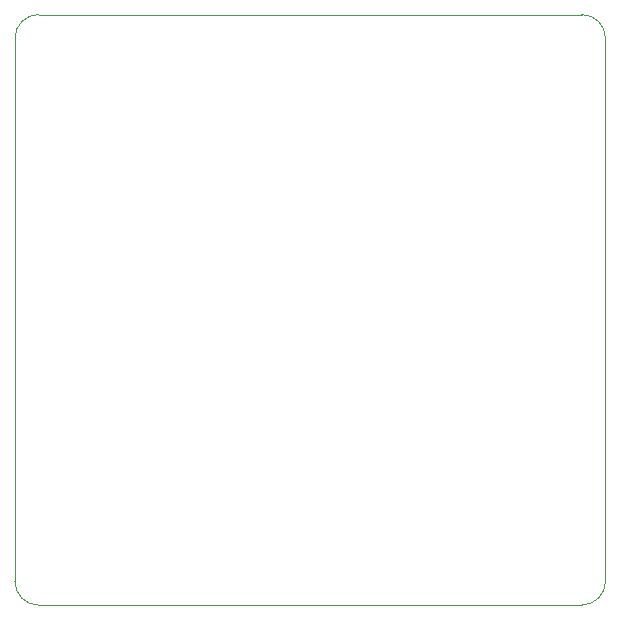
<source format=gbr>
G04*
G04 #@! TF.GenerationSoftware,Altium Limited,Altium Designer,23.8.1 (32)*
G04*
G04 Layer_Color=0*
%FSLAX44Y44*%
%MOMM*%
G71*
G04*
G04 #@! TF.SameCoordinates,4E8033DB-9698-49A7-8747-1B8CF0FAEC2F*
G04*
G04*
G04 #@! TF.FilePolarity,Positive*
G04*
G01*
G75*
%ADD42C,0.0254*%
D42*
X0Y20000D02*
G03*
X20000Y0I20000J0D01*
G01*
X480000D01*
D02*
G03*
X500000Y20000I0J20000D01*
G01*
Y480000D01*
D02*
G03*
X480000Y500000I-20000J0D01*
G01*
X20000D01*
D02*
G03*
X0Y480000I0J-20000D01*
G01*
Y20000D01*
M02*

</source>
